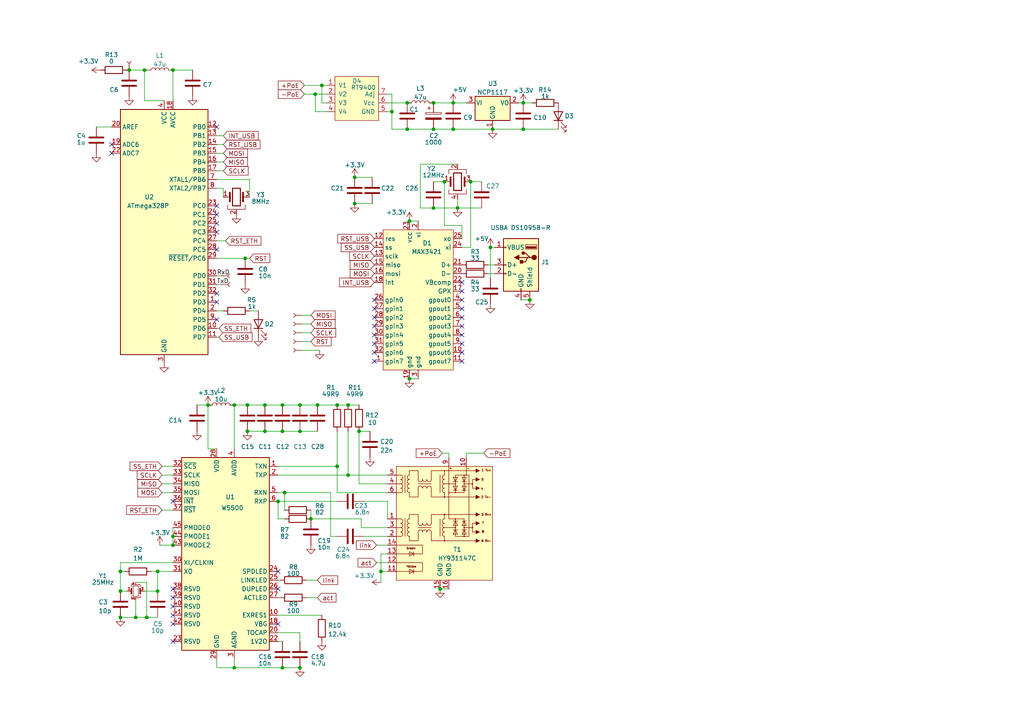
<source format=kicad_sch>
(kicad_sch (version 20211123) (generator eeschema)
  (paper "A4")
  (lib_symbols
    (symbol "Connector:USB_A" (pin_names (offset 1.016))
      (property "Reference" "J" (at -5.08 11.43 0))
      (property "Value" "USB_A" (at -5.08 8.89 0))
      (symbol "USB_A_1_1"
        (pin power_in line (at 7.62 5.08 180) (length 2.54) (name "VBUS") (number "1"))
        (pin bidirectional line (at 7.62 -2.54 180) (length 2.54) (name "D-") (number "2"))
        (pin bidirectional line (at 7.62 0 180) (length 2.54) (name "D+") (number "3"))
        (pin power_in line (at 0 -10.16 90) (length 2.54) (name "GND") (number "4"))
        (pin passive line (at -2.54 -10.16 90) (length 2.54) (name "Shield") (number "5"))
      )
    )
    (symbol "Device:C" (pin_numbers hide) (pin_names (offset 0.254))
      (property "Reference" "C" (at 0.635 2.54 0))
      (property "Value" "C" (at 0.635 -2.54 0))
      (symbol "C_1_1"
        (pin passive line (at 0 3.81 270) (length 2.794) (name "~") (number "1"))
        (pin passive line (at 0 -3.81 90) (length 2.794) (name "~") (number "2"))
      )
    )
    (symbol "Device:C_Polarized" (pin_numbers hide) (pin_names (offset 0.254))
      (property "Reference" "C" (at 0.635 2.54 0))
      (property "Value" "C_Polarized" (at 0.635 -2.54 0))
      (symbol "C_Polarized_1_1"
        (pin passive line (at 0 3.81 270) (length 2.794) (name "~") (number "1"))
        (pin passive line (at 0 -3.81 90) (length 2.794) (name "~") (number "2"))
      )
    )
    (symbol "Device:Crystal_GND2" (pin_names (offset 1.016) hide)
      (property "Reference" "Y" (at 0 5.715 0))
      (property "Value" "Crystal_GND2" (at 0 3.81 0))
      (symbol "Crystal_GND2_1_1"
        (pin passive line (at -3.81 0 0) (length 1.27) (name "1") (number "1"))
        (pin passive line (at 0 -5.08 90) (length 1.27) (name "2") (number "2"))
        (pin passive line (at 3.81 0 180) (length 1.27) (name "3") (number "3"))
      )
    )
    (symbol "Device:Crystal_GND24" (pin_names (offset 1.016) hide)
      (property "Reference" "Y" (at 3.175 5.08 0))
      (property "Value" "Crystal_GND24" (at 3.175 3.175 0))
      (symbol "Crystal_GND24_1_1"
        (pin passive line (at -3.81 0 0) (length 1.27) (name "1") (number "1"))
        (pin passive line (at 0 5.08 270) (length 1.27) (name "2") (number "2"))
        (pin passive line (at 3.81 0 180) (length 1.27) (name "3") (number "3"))
        (pin passive line (at 0 -5.08 90) (length 1.27) (name "4") (number "4"))
      )
    )
    (symbol "Device:Crystal_GND24_Small" (pin_names (offset 1.016) hide)
      (property "Reference" "Y" (at 1.27 4.445 0))
      (property "Value" "Crystal_GND24_Small" (at 1.27 2.54 0))
      (symbol "Crystal_GND24_Small_1_1"
        (pin passive line (at -2.54 0 0) (length 1.27) (name "1") (number "1"))
        (pin passive line (at 0 -2.54 90) (length 0.635) (name "2") (number "2"))
        (pin passive line (at 2.54 0 180) (length 1.27) (name "3") (number "3"))
        (pin passive line (at 0 2.54 270) (length 0.635) (name "4") (number "4"))
      )
    )
    (symbol "Device:L" (pin_numbers hide) (pin_names (offset 1.016) hide)
      (property "Reference" "L" (at -1.27 0 90))
      (property "Value" "L" (at 1.905 0 90))
      (symbol "L_1_1"
        (pin passive line (at 0 3.81 270) (length 1.27) (name "1") (number "1"))
        (pin passive line (at 0 -3.81 90) (length 1.27) (name "2") (number "2"))
      )
    )
    (symbol "Device:LED" (pin_numbers hide) (pin_names (offset 1.016) hide)
      (property "Reference" "D" (at 0 2.54 0))
      (property "Value" "LED" (at 0 -2.54 0))
      (symbol "LED_1_1"
        (pin passive line (at -3.81 0 0) (length 2.54) (name "K") (number "1"))
        (pin passive line (at 3.81 0 180) (length 2.54) (name "A") (number "2"))
      )
    )
    (symbol "Device:R" (pin_numbers hide) (pin_names (offset 0))
      (property "Reference" "R" (at 2.032 0 90))
      (property "Value" "R" (at 0 0 90))
      (symbol "R_1_1"
        (pin passive line (at 0 3.81 270) (length 1.27) (name "~") (number "1"))
        (pin passive line (at 0 -3.81 90) (length 1.27) (name "~") (number "2"))
      )
    )
    (symbol "Interface_Ethernet:W5500"
      (property "Reference" "U" (at -11.43 29.21 0))
      (property "Value" "W5500" (at 8.89 29.21 0))
      (symbol "W5500_1_1"
        (pin output line (at 15.24 25.4 180) (length 2.54) (name "TXN") (number "1"))
        (pin passive line (at 15.24 -17.78 180) (length 2.54) (name "EXRES1") (number "10"))
        (pin passive line (at 2.54 30.48 270) (length 2.54) hide (name "AVDD") (number "11"))
        (pin no_connect line (at 12.7 7.62 180) (length 2.54) hide (name "NC") (number "12"))
        (pin no_connect line (at 12.7 5.08 180) (length 2.54) hide (name "NC") (number "13"))
        (pin passive line (at 2.54 -30.48 90) (length 2.54) hide (name "AGND") (number "14"))
        (pin passive line (at 2.54 30.48 270) (length 2.54) hide (name "AVDD") (number "15"))
        (pin passive line (at 2.54 -30.48 90) (length 2.54) hide (name "AGND") (number "16"))
        (pin passive line (at 2.54 30.48 270) (length 2.54) hide (name "AVDD") (number "17"))
        (pin passive line (at 15.24 -20.32 180) (length 2.54) (name "VBG") (number "18"))
        (pin passive line (at 2.54 -30.48 90) (length 2.54) hide (name "AGND") (number "19"))
        (pin output line (at 15.24 22.86 180) (length 2.54) (name "TXP") (number "2"))
        (pin passive line (at 15.24 -22.86 180) (length 2.54) (name "TOCAP") (number "20"))
        (pin passive line (at 2.54 30.48 270) (length 2.54) hide (name "AVDD") (number "21"))
        (pin output line (at 15.24 -25.4 180) (length 2.54) (name "1V2O") (number "22"))
        (pin input line (at -15.24 -25.4 0) (length 2.54) (name "RSVD") (number "23"))
        (pin output line (at 15.24 -5.08 180) (length 2.54) (name "SPDLED") (number "24"))
        (pin output line (at 15.24 -7.62 180) (length 2.54) (name "LINKLED") (number "25"))
        (pin output line (at 15.24 -10.16 180) (length 2.54) (name "DUPLED") (number "26"))
        (pin output line (at 15.24 -12.7 180) (length 2.54) (name "ACTLED") (number "27"))
        (pin power_in line (at -2.54 30.48 270) (length 2.54) (name "VDD") (number "28"))
        (pin power_in line (at -2.54 -30.48 90) (length 2.54) (name "GND") (number "29"))
        (pin power_in line (at 2.54 -30.48 90) (length 2.54) (name "AGND") (number "3"))
        (pin input line (at -15.24 -2.54 0) (length 2.54) (name "XI/CLKIN") (number "30"))
        (pin output line (at -15.24 -5.08 0) (length 2.54) (name "XO") (number "31"))
        (pin input line (at -15.24 25.4 0) (length 2.54) (name "~{SCS}") (number "32"))
        (pin input line (at -15.24 22.86 0) (length 2.54) (name "SCLK") (number "33"))
        (pin output line (at -15.24 20.32 0) (length 2.54) (name "MISO") (number "34"))
        (pin input line (at -15.24 17.78 0) (length 2.54) (name "MOSI") (number "35"))
        (pin input line (at -15.24 15.24 0) (length 2.54) (name "~{INT}") (number "36"))
        (pin input line (at -15.24 12.7 0) (length 2.54) (name "~{RST}") (number "37"))
        (pin input line (at -15.24 -10.16 0) (length 2.54) (name "RSVD") (number "38"))
        (pin input line (at -15.24 -12.7 0) (length 2.54) (name "RSVD") (number "39"))
        (pin power_in line (at 2.54 30.48 270) (length 2.54) (name "AVDD") (number "4"))
        (pin input line (at -15.24 -15.24 0) (length 2.54) (name "RSVD") (number "40"))
        (pin input line (at -15.24 -17.78 0) (length 2.54) (name "RSVD") (number "41"))
        (pin input line (at -15.24 -20.32 0) (length 2.54) (name "RSVD") (number "42"))
        (pin input line (at -15.24 2.54 0) (length 2.54) (name "PMODE2") (number "43"))
        (pin input line (at -15.24 5.08 0) (length 2.54) (name "PMODE1") (number "44"))
        (pin input line (at -15.24 7.62 0) (length 2.54) (name "PMODE0") (number "45"))
        (pin no_connect line (at 12.7 2.54 180) (length 2.54) hide (name "NC") (number "46"))
        (pin no_connect line (at 12.7 0 180) (length 2.54) hide (name "NC") (number "47"))
        (pin passive line (at 2.54 -30.48 90) (length 2.54) hide (name "AGND") (number "48"))
        (pin input line (at 15.24 17.78 180) (length 2.54) (name "RXN") (number "5"))
        (pin input line (at 15.24 15.24 180) (length 2.54) (name "RXP") (number "6"))
        (pin no_connect line (at 12.7 10.16 180) (length 2.54) hide (name "DNC") (number "7"))
        (pin passive line (at 2.54 30.48 270) (length 2.54) hide (name "AVDD") (number "8"))
        (pin passive line (at 2.54 -30.48 90) (length 2.54) hide (name "AGND") (number "9"))
      )
    )
    (symbol "MCU_Microchip_ATmega:ATmega328P-A"
      (property "Reference" "U" (at -12.7 36.83 0))
      (property "Value" "ATmega328P-A" (at 2.54 -36.83 0))
      (symbol "ATmega328P-A_1_1"
        (pin bidirectional line (at 15.24 -20.32 180) (length 2.54) (name "PD3") (number "1"))
        (pin bidirectional line (at 15.24 -27.94 180) (length 2.54) (name "PD6") (number "10"))
        (pin bidirectional line (at 15.24 -30.48 180) (length 2.54) (name "PD7") (number "11"))
        (pin bidirectional line (at 15.24 30.48 180) (length 2.54) (name "PB0") (number "12"))
        (pin bidirectional line (at 15.24 27.94 180) (length 2.54) (name "PB1") (number "13"))
        (pin bidirectional line (at 15.24 25.4 180) (length 2.54) (name "PB2") (number "14"))
        (pin bidirectional line (at 15.24 22.86 180) (length 2.54) (name "PB3") (number "15"))
        (pin bidirectional line (at 15.24 20.32 180) (length 2.54) (name "PB4") (number "16"))
        (pin bidirectional line (at 15.24 17.78 180) (length 2.54) (name "PB5") (number "17"))
        (pin power_in line (at 2.54 38.1 270) (length 2.54) (name "AVCC") (number "18"))
        (pin input line (at -15.24 25.4 0) (length 2.54) (name "ADC6") (number "19"))
        (pin bidirectional line (at 15.24 -22.86 180) (length 2.54) (name "PD4") (number "2"))
        (pin passive line (at -15.24 30.48 0) (length 2.54) (name "AREF") (number "20"))
        (pin passive line (at 0 -38.1 90) (length 2.54) hide (name "GND") (number "21"))
        (pin input line (at -15.24 22.86 0) (length 2.54) (name "ADC7") (number "22"))
        (pin bidirectional line (at 15.24 7.62 180) (length 2.54) (name "PC0") (number "23"))
        (pin bidirectional line (at 15.24 5.08 180) (length 2.54) (name "PC1") (number "24"))
        (pin bidirectional line (at 15.24 2.54 180) (length 2.54) (name "PC2") (number "25"))
        (pin bidirectional line (at 15.24 0 180) (length 2.54) (name "PC3") (number "26"))
        (pin bidirectional line (at 15.24 -2.54 180) (length 2.54) (name "PC4") (number "27"))
        (pin bidirectional line (at 15.24 -5.08 180) (length 2.54) (name "PC5") (number "28"))
        (pin bidirectional line (at 15.24 -7.62 180) (length 2.54) (name "~{RESET}/PC6") (number "29"))
        (pin power_in line (at 0 -38.1 90) (length 2.54) (name "GND") (number "3"))
        (pin bidirectional line (at 15.24 -12.7 180) (length 2.54) (name "PD0") (number "30"))
        (pin bidirectional line (at 15.24 -15.24 180) (length 2.54) (name "PD1") (number "31"))
        (pin bidirectional line (at 15.24 -17.78 180) (length 2.54) (name "PD2") (number "32"))
        (pin power_in line (at 0 38.1 270) (length 2.54) (name "VCC") (number "4"))
        (pin passive line (at 0 -38.1 90) (length 2.54) hide (name "GND") (number "5"))
        (pin passive line (at 0 38.1 270) (length 2.54) hide (name "VCC") (number "6"))
        (pin bidirectional line (at 15.24 15.24 180) (length 2.54) (name "XTAL1/PB6") (number "7"))
        (pin bidirectional line (at 15.24 12.7 180) (length 2.54) (name "XTAL2/PB7") (number "8"))
        (pin bidirectional line (at 15.24 -25.4 180) (length 2.54) (name "PD5") (number "9"))
      )
    )
    (symbol "My-Library:Conn" (pin_numbers hide) (pin_names (offset 1.016) hide)
      (property "Reference" "J" (at 0 2.54 0))
      (property "Value" "Conn" (at 0 -2.54 0))
      (symbol "Conn_1_1"
        (pin passive line (at -2.54 0 0) (length 2.0066) (name "~") (number "1"))
      )
    )
    (symbol "My-Library:HY931147C" (pin_names (offset 1.016))
      (property "Reference" "T" (at 12.7 -15.24 0))
      (property "Value" "HY931147C" (at 7.9756 -9.144 0))
      (symbol "HY931147C_0_0"
        (text "+" (at 5.588 14.7066 0) (effects (font (size 0.6096 0.6096))))
        (text "-" (at 10.7188 14.7066 0) (effects (font (size 0.6096 0.6096))))
        (text "1 Tx+" (at 16.002 14.097 0) (effects (font (size 0.6096 0.6096))))
        (text "2 Tx-" (at 15.875 6.35 0) (effects (font (size 0.6096 0.6096))))
        (text "3 Rx+" (at 16.002 1.27 0) (effects (font (size 0.6096 0.6096))))
        (text "4" (at 14.732 8.763 0) (effects (font (size 0.6096 0.6096))))
        (text "5" (at 14.859 11.43 0) (effects (font (size 0.6096 0.6096))))
        (text "6 Rx-" (at 16.002 -6.35 0) (effects (font (size 0.6096 0.6096))))
        (text "7" (at 14.986 -1.143 0) (effects (font (size 0.6096 0.6096))))
        (text "8" (at 14.986 -3.683 0) (effects (font (size 0.6096 0.6096))))
        (text "Green" (at -5.8674 -8.509 0) (effects (font (size 0.6096 0.6096))))
        (text "Yellow" (at -5.8166 -13.7922 0) (effects (font (size 0.6096 0.6096))))
      )
      (symbol "HY931147C_1_1"
        (pin input line (at -12.7 0 0) (length 2.54) (name "~") (number "1"))
        (pin input line (at 10.16 17.78 270) (length 2.54) (name "~") (number "10"))
        (pin input line (at -12.7 -15.24 0) (length 2.54) (name "~") (number "11"))
        (pin input line (at -12.7 -12.7 0) (length 2.54) (name "~") (number "12"))
        (pin input line (at -12.7 -10.16 0) (length 2.54) (name "~") (number "13"))
        (pin input line (at -12.7 -7.62 0) (length 2.54) (name "~") (number "14"))
        (pin input line (at 2.54 -20.32 90) (length 2.54) (name "GND") (number "15"))
        (pin input line (at 5.08 -20.32 90) (length 2.54) (name "GND") (number "16"))
        (pin input line (at -12.7 -5.08 0) (length 2.54) (name "~") (number "2"))
        (pin input line (at -12.7 -2.54 0) (length 2.54) (name "~") (number "3"))
        (pin input line (at -12.7 10.16 0) (length 2.54) (name "~") (number "4"))
        (pin input line (at -12.7 12.7 0) (length 2.54) (name "~") (number "5"))
        (pin input line (at -12.7 7.62 0) (length 2.54) (name "~") (number "6"))
        (pin input line (at 5.08 17.78 270) (length 2.54) (name "~") (number "9"))
      )
    )
    (symbol "My-Library:RT9400" (pin_names (offset 1.016))
      (property "Reference" "D7" (at 1.27 11.811 0))
      (property "Value" "RT9400" (at 1.27 9.4996 0))
      (symbol "RT9400_1_1"
        (pin input line (at -7.62 5.08 0) (length 2.54) (name "V1") (number "1"))
        (pin input line (at -7.62 2.54 0) (length 2.54) (name "V2") (number "2"))
        (pin input line (at -7.62 0 0) (length 2.54) (name "V3") (number "3"))
        (pin input line (at -7.62 -2.54 0) (length 2.54) (name "V4") (number "4"))
        (pin input line (at 10.16 -2.54 180) (length 2.54) (name "GND") (number "5"))
        (pin input line (at 10.16 0 180) (length 2.54) (name "Vcc") (number "6"))
        (pin input line (at 10.16 2.54 180) (length 2.54) (name "Adj") (number "7"))
      )
    )
    (symbol "My_Library:MAX3421"
      (property "Reference" "D1" (at 2.54 5.08 0))
      (property "Value" "MAX3421" (at -2.54 2.54 0))
      (symbol "MAX3421_1_1"
        (pin input line (at -12.7 -27.94 0) (length 2.54) (name "gpin7") (number "1"))
        (pin input line (at 12.7 -25.4 180) (length 2.54) (name "gpout6") (number "10"))
        (pin input line (at 12.7 -27.94 180) (length 2.54) (name "gpout7") (number "11"))
        (pin input line (at -12.7 7.62 0) (length 2.54) (name "res") (number "12"))
        (pin input line (at -12.7 2.54 0) (length 2.54) (name "sclk") (number "13"))
        (pin input line (at -12.7 5.08 0) (length 2.54) (name "ss") (number "14"))
        (pin input line (at -12.7 0 0) (length 2.54) (name "miso") (number "15"))
        (pin input line (at -12.7 -2.54 0) (length 2.54) (name "mosi") (number "16"))
        (pin input line (at 12.7 -7.62 180) (length 2.54) (name "GPX") (number "17"))
        (pin input line (at -12.7 -5.08 0) (length 2.54) (name "int") (number "18"))
        (pin input line (at -2.54 -33.02 90) (length 2.54) (name "gnd") (number "19"))
        (pin input line (at 0 12.7 270) (length 2.54) (name "vl") (number "2"))
        (pin input line (at 12.7 -2.54 180) (length 2.54) (name "D-") (number "20"))
        (pin input line (at 12.7 0 180) (length 2.54) (name "D+") (number "21"))
        (pin input line (at 12.7 -5.08 180) (length 2.54) (name "VBcomp") (number "22"))
        (pin input line (at -2.54 12.7 270) (length 2.54) (name "vcc") (number "23"))
        (pin input line (at 12.7 5.08 180) (length 2.54) (name "xi") (number "24"))
        (pin input line (at 12.7 7.62 180) (length 2.54) (name "xo") (number "25"))
        (pin input line (at -12.7 -10.16 0) (length 2.54) (name "gpin0") (number "26"))
        (pin input line (at -12.7 -12.7 0) (length 2.54) (name "gpin1") (number "27"))
        (pin input line (at -12.7 -15.24 0) (length 2.54) (name "gpin2") (number "28"))
        (pin input line (at -12.7 -17.78 0) (length 2.54) (name "gpin3") (number "29"))
        (pin input line (at 0 -33.02 90) (length 2.54) (name "gnd") (number "3"))
        (pin input line (at -12.7 -20.32 0) (length 2.54) (name "gpin4") (number "30"))
        (pin input line (at -12.7 -22.86 0) (length 2.54) (name "gpin5") (number "31"))
        (pin input line (at -12.7 -25.4 0) (length 2.54) (name "gpin6") (number "32"))
        (pin input line (at 12.7 -10.16 180) (length 2.54) (name "gpout0") (number "4"))
        (pin input line (at 12.7 -12.7 180) (length 2.54) (name "gpout1") (number "5"))
        (pin input line (at 12.7 -15.24 180) (length 2.54) (name "gpout2") (number "6"))
        (pin input line (at 12.7 -17.78 180) (length 2.54) (name "gpout3") (number "7"))
        (pin input line (at 12.7 -20.32 180) (length 2.54) (name "gpout4") (number "8"))
        (pin input line (at 12.7 -22.86 180) (length 2.54) (name "gpout5") (number "9"))
      )
    )
    (symbol "Regulator_Linear:NCP1117-3.3_SOT223" (pin_names (offset 0.254))
      (property "Reference" "U" (at -3.81 3.175 0))
      (property "Value" "NCP1117-3.3_SOT223" (at 0 3.175 0))
      (symbol "NCP1117-3.3_SOT223_1_1"
        (pin power_in line (at 0 -7.62 90) (length 2.54) (name "GND") (number "1"))
        (pin power_out line (at 7.62 0 180) (length 2.54) (name "VO") (number "2"))
        (pin power_in line (at -7.62 0 0) (length 2.54) (name "VI") (number "3"))
      )
    )
    (symbol "power:+3.3V" (power) (pin_names (offset 0))
      (property "Value" "+3.3V" (at 0 3.556 0))
      (symbol "+3.3V_1_1"
        (pin power_in line (at 0 0 90) (length 0) hide (name "+3.3V") (number "1"))
      )
    )
    (symbol "power:+5V" (power) (pin_names (offset 0))
      (property "Value" "+5V" (at 0 3.556 0))
      (symbol "+5V_1_1"
        (pin power_in line (at 0 0 90) (length 0) hide (name "+5V") (number "1"))
      )
    )
    (symbol "power:GND" (power) (pin_names (offset 0))
      (property "Value" "GND" (at 0 -3.81 0))
      (symbol "GND_1_1"
        (pin power_in line (at 0 0 270) (length 0) hide (name "GND") (number "1"))
      )
    )
  )
  (junction (at 81.915 117.475))
  (junction (at 93.345 24.765))
  (junction (at 50.165 158.115))
  (junction (at 151.765 37.465))
  (junction (at 86.995 125.095))
  (junction (at 82.55 142.875))
  (junction (at 81.915 193.675))
  (junction (at 136.525 52.705))
  (junction (at 125.73 29.845))
  (junction (at 50.165 155.575))
  (junction (at 113.665 32.385))
  (junction (at 39.37 179.07))
  (junction (at 118.11 29.845))
  (junction (at 151.765 29.845))
  (junction (at 91.44 27.305))
  (junction (at 97.79 117.475))
  (junction (at 60.325 117.475))
  (junction (at 76.835 125.095))
  (junction (at 125.73 37.465))
  (junction (at 86.995 117.475))
  (junction (at 34.925 165.735))
  (junction (at 45.72 165.735))
  (junction (at 118.11 37.465))
  (junction (at 110.49 165.735))
  (junction (at 131.445 29.845))
  (junction (at 90.17 150.495))
  (junction (at 71.12 74.93))
  (junction (at 50.165 20.32))
  (junction (at 80.645 145.415))
  (junction (at 34.925 179.07))
  (junction (at 127.635 170.815))
  (junction (at 100.965 137.795))
  (junction (at 37.465 20.32))
  (junction (at 104.14 125.095))
  (junction (at 92.075 117.475))
  (junction (at 131.445 37.465))
  (junction (at 41.91 20.32))
  (junction (at 86.995 193.675))
  (junction (at 71.755 117.475))
  (junction (at 97.79 135.255))
  (junction (at 67.945 117.475))
  (junction (at 142.875 37.465))
  (junction (at 71.755 125.095))
  (junction (at 125.73 60.325))
  (junction (at 153.67 86.995))
  (junction (at 81.915 125.095))
  (junction (at 102.87 59.055))
  (junction (at 100.965 117.475))
  (junction (at 102.87 51.435))
  (junction (at 76.835 117.475))
  (junction (at 118.745 64.135))
  (junction (at 67.945 193.675))
  (junction (at 118.745 109.855))
  (junction (at 132.715 60.325))
  (junction (at 142.24 71.755))
  (junction (at 42.545 179.07))
  (junction (at 128.905 52.705))
  (junction (at 34.925 171.45))
  (junction (at 45.72 171.45))
  (no_connect (at 133.985 99.695))
  (no_connect (at 133.985 92.075))
  (no_connect (at 133.985 81.915))
  (no_connect (at 133.985 97.155))
  (no_connect (at 133.985 94.615))
  (no_connect (at 62.865 72.39))
  (no_connect (at 50.165 145.415))
  (no_connect (at 50.165 178.435))
  (no_connect (at 108.585 89.535))
  (no_connect (at 62.865 36.83))
  (no_connect (at 62.865 92.71))
  (no_connect (at 32.385 41.91))
  (no_connect (at 62.865 59.69))
  (no_connect (at 50.165 175.895))
  (no_connect (at 32.385 44.45))
  (no_connect (at 50.165 180.975))
  (no_connect (at 108.585 104.775))
  (no_connect (at 62.865 64.77))
  (no_connect (at 62.865 87.63))
  (no_connect (at 108.585 102.235))
  (no_connect (at 108.585 97.155))
  (no_connect (at 133.985 86.995))
  (no_connect (at 133.985 84.455))
  (no_connect (at 108.585 94.615))
  (no_connect (at 80.645 165.735))
  (no_connect (at 108.585 99.695))
  (no_connect (at 62.865 85.09))
  (no_connect (at 108.585 92.075))
  (no_connect (at 62.865 62.23))
  (no_connect (at 133.985 102.235))
  (no_connect (at 108.585 86.995))
  (no_connect (at 133.985 104.775))
  (no_connect (at 50.165 170.815))
  (no_connect (at 80.645 180.975))
  (no_connect (at 50.165 173.355))
  (no_connect (at 62.865 67.31))
  (no_connect (at 80.645 170.815))
  (no_connect (at 133.985 89.535))
  (no_connect (at 50.165 186.055))
  (wire (pts (xy 62.865 97.79) (xy 63.5 97.79)))
  (wire (pts (xy 112.395 142.875) (xy 97.79 142.875)))
  (wire (pts (xy 121.92 47.625) (xy 121.92 60.325)))
  (wire (pts (xy 136.525 52.705) (xy 136.525 71.755)))
  (wire (pts (xy 132.715 47.625) (xy 121.92 47.625)))
  (wire (pts (xy 72.39 52.07) (xy 72.39 57.15)))
  (wire (pts (xy 76.835 117.475) (xy 81.915 117.475)))
  (wire (pts (xy 136.525 71.755) (xy 133.985 71.755)))
  (wire (pts (xy 136.525 52.705) (xy 139.7 52.705)))
  (wire (pts (xy 46.355 158.115) (xy 50.165 158.115)))
  (wire (pts (xy 86.995 117.475) (xy 92.075 117.475)))
  (wire (pts (xy 105.41 155.575) (xy 112.395 155.575)))
  (wire (pts (xy 142.24 80.645) (xy 142.24 71.755)))
  (wire (pts (xy 39.37 173.99) (xy 39.37 179.07)))
  (wire (pts (xy 87.63 91.44) (xy 90.17 91.44)))
  (wire (pts (xy 112.395 32.385) (xy 113.665 32.385)))
  (wire (pts (xy 109.22 163.195) (xy 112.395 163.195)))
  (wire (pts (xy 41.91 171.45) (xy 45.72 171.45)))
  (wire (pts (xy 118.745 109.855) (xy 121.285 109.855)))
  (wire (pts (xy 104.775 150.495) (xy 90.17 150.495)))
  (wire (pts (xy 37.465 20.32) (xy 41.91 20.32)))
  (wire (pts (xy 62.865 39.37) (xy 64.77 39.37)))
  (wire (pts (xy 71.12 74.93) (xy 72.39 74.93)))
  (wire (pts (xy 130.175 131.445) (xy 128.27 131.445)))
  (wire (pts (xy 113.665 37.465) (xy 118.11 37.465)))
  (wire (pts (xy 76.835 125.095) (xy 81.915 125.095)))
  (wire (pts (xy 46.99 135.255) (xy 50.165 135.255)))
  (wire (pts (xy 109.22 158.115) (xy 112.395 158.115)))
  (wire (pts (xy 87.63 96.52) (xy 90.17 96.52)))
  (wire (pts (xy 81.915 117.475) (xy 86.995 117.475)))
  (wire (pts (xy 62.865 74.93) (xy 71.12 74.93)))
  (wire (pts (xy 128.905 65.405) (xy 133.985 65.405)))
  (wire (pts (xy 142.24 71.755) (xy 143.51 71.755)))
  (wire (pts (xy 60.325 117.475) (xy 60.325 130.175)))
  (wire (pts (xy 135.255 131.445) (xy 135.255 132.715)))
  (wire (pts (xy 62.865 69.85) (xy 65.405 69.85)))
  (wire (pts (xy 151.13 86.995) (xy 153.67 86.995)))
  (wire (pts (xy 46.99 147.955) (xy 50.165 147.955)))
  (wire (pts (xy 112.395 153.035) (xy 104.775 153.035)))
  (wire (pts (xy 64.77 54.61) (xy 64.77 57.15)))
  (wire (pts (xy 121.92 60.325) (xy 125.73 60.325)))
  (wire (pts (xy 102.87 59.055) (xy 107.95 59.055)))
  (wire (pts (xy 39.37 168.91) (xy 42.545 168.91)))
  (wire (pts (xy 127.635 170.815) (xy 130.175 170.815)))
  (wire (pts (xy 67.945 117.475) (xy 67.945 130.175)))
  (wire (pts (xy 151.765 37.465) (xy 161.925 37.465)))
  (wire (pts (xy 71.755 117.475) (xy 76.835 117.475)))
  (wire (pts (xy 62.865 49.53) (xy 64.77 49.53)))
  (wire (pts (xy 80.645 142.875) (xy 82.55 142.875)))
  (wire (pts (xy 91.44 27.305) (xy 94.615 27.305)))
  (wire (pts (xy 46.99 137.795) (xy 50.165 137.795)))
  (wire (pts (xy 102.87 51.435) (xy 107.95 51.435)))
  (wire (pts (xy 80.645 150.495) (xy 80.645 145.415)))
  (wire (pts (xy 41.91 29.21) (xy 41.91 20.32)))
  (wire (pts (xy 67.945 191.135) (xy 67.945 193.675)))
  (wire (pts (xy 132.715 60.325) (xy 139.7 60.325)))
  (wire (pts (xy 71.755 125.095) (xy 76.835 125.095)))
  (wire (pts (xy 104.14 125.095) (xy 107.315 125.095)))
  (wire (pts (xy 118.11 37.465) (xy 125.73 37.465)))
  (wire (pts (xy 113.665 32.385) (xy 113.665 37.465)))
  (wire (pts (xy 62.865 90.17) (xy 64.77 90.17)))
  (wire (pts (xy 80.645 145.415) (xy 97.79 145.415)))
  (wire (pts (xy 50.165 20.32) (xy 55.88 20.32)))
  (wire (pts (xy 112.395 29.845) (xy 118.11 29.845)))
  (wire (pts (xy 80.645 168.275) (xy 81.28 168.275)))
  (wire (pts (xy 47.625 29.21) (xy 41.91 29.21)))
  (wire (pts (xy 57.15 117.475) (xy 60.325 117.475)))
  (wire (pts (xy 50.165 153.035) (xy 50.165 155.575)))
  (wire (pts (xy 104.14 140.335) (xy 112.395 140.335)))
  (wire (pts (xy 151.765 29.845) (xy 154.305 29.845)))
  (wire (pts (xy 125.73 60.325) (xy 132.715 60.325)))
  (wire (pts (xy 82.55 142.875) (xy 95.885 142.875)))
  (wire (pts (xy 88.265 24.765) (xy 93.345 24.765)))
  (wire (pts (xy 150.495 29.845) (xy 151.765 29.845)))
  (wire (pts (xy 95.885 155.575) (xy 95.885 142.875)))
  (wire (pts (xy 87.63 101.6) (xy 92.71 101.6)))
  (wire (pts (xy 62.865 95.25) (xy 63.5 95.25)))
  (wire (pts (xy 104.14 125.095) (xy 104.14 140.335)))
  (wire (pts (xy 80.645 178.435) (xy 93.345 178.435)))
  (wire (pts (xy 67.945 193.675) (xy 62.865 193.675)))
  (wire (pts (xy 91.44 32.385) (xy 94.615 32.385)))
  (wire (pts (xy 130.175 132.715) (xy 130.175 131.445)))
  (wire (pts (xy 36.83 20.32) (xy 37.465 20.32)))
  (wire (pts (xy 46.99 140.335) (xy 50.165 140.335)))
  (wire (pts (xy 86.995 193.675) (xy 81.915 193.675)))
  (wire (pts (xy 87.63 99.06) (xy 90.17 99.06)))
  (wire (pts (xy 67.945 117.475) (xy 71.755 117.475)))
  (wire (pts (xy 80.645 186.055) (xy 81.915 186.055)))
  (wire (pts (xy 141.605 79.375) (xy 143.51 79.375)))
  (wire (pts (xy 81.915 193.675) (xy 67.945 193.675)))
  (wire (pts (xy 110.49 165.735) (xy 112.395 165.735)))
  (wire (pts (xy 80.645 183.515) (xy 86.995 183.515)))
  (wire (pts (xy 27.94 36.83) (xy 32.385 36.83)))
  (wire (pts (xy 72.39 90.17) (xy 74.93 90.17)))
  (wire (pts (xy 95.885 155.575) (xy 97.79 155.575)))
  (wire (pts (xy 42.545 168.91) (xy 42.545 179.07)))
  (wire (pts (xy 46.99 142.875) (xy 50.165 142.875)))
  (wire (pts (xy 100.965 117.475) (xy 104.14 117.475)))
  (wire (pts (xy 113.665 27.305) (xy 113.665 32.385)))
  (wire (pts (xy 62.865 54.61) (xy 64.77 54.61)))
  (wire (pts (xy 50.165 155.575) (xy 50.165 158.115)))
  (wire (pts (xy 128.905 52.705) (xy 128.905 65.405)))
  (wire (pts (xy 92.075 117.475) (xy 97.79 117.475)))
  (wire (pts (xy 88.9 173.355) (xy 92.075 173.355)))
  (wire (pts (xy 80.645 173.355) (xy 81.28 173.355)))
  (wire (pts (xy 87.63 93.98) (xy 90.17 93.98)))
  (wire (pts (xy 91.44 32.385) (xy 91.44 27.305)))
  (wire (pts (xy 112.395 160.655) (xy 110.49 160.655)))
  (wire (pts (xy 86.995 183.515) (xy 86.995 186.055)))
  (wire (pts (xy 62.865 41.91) (xy 64.77 41.91)))
  (wire (pts (xy 97.79 142.875) (xy 97.79 135.255)))
  (wire (pts (xy 62.865 193.675) (xy 62.865 191.135)))
  (wire (pts (xy 62.865 52.07) (xy 72.39 52.07)))
  (wire (pts (xy 97.79 117.475) (xy 100.965 117.475)))
  (wire (pts (xy 93.345 29.845) (xy 94.615 29.845)))
  (wire (pts (xy 62.865 130.175) (xy 60.325 130.175)))
  (wire (pts (xy 81.915 125.095) (xy 86.995 125.095)))
  (wire (pts (xy 100.965 125.095) (xy 100.965 137.795)))
  (wire (pts (xy 88.265 27.305) (xy 91.44 27.305)))
  (wire (pts (xy 93.345 24.765) (xy 94.615 24.765)))
  (wire (pts (xy 62.865 82.55) (xy 64.135 82.55)))
  (wire (pts (xy 34.925 165.735) (xy 34.925 171.45)))
  (wire (pts (xy 80.645 135.255) (xy 97.79 135.255)))
  (wire (pts (xy 39.37 179.07) (xy 42.545 179.07)))
  (wire (pts (xy 82.55 150.495) (xy 80.645 150.495)))
  (wire (pts (xy 62.865 44.45) (xy 64.77 44.45)))
  (wire (pts (xy 90.17 147.955) (xy 90.17 150.495)))
  (wire (pts (xy 131.445 37.465) (xy 142.875 37.465)))
  (wire (pts (xy 100.965 137.795) (xy 112.395 137.795)))
  (wire (pts (xy 34.925 171.45) (xy 36.83 171.45)))
  (wire (pts (xy 142.875 37.465) (xy 151.765 37.465)))
  (wire (pts (xy 93.345 24.765) (xy 93.345 29.845)))
  (wire (pts (xy 110.49 168.91) (xy 110.49 165.735)))
  (wire (pts (xy 88.9 168.275) (xy 92.075 168.275)))
  (wire (pts (xy 86.995 125.095) (xy 92.075 125.095)))
  (wire (pts (xy 50.165 20.32) (xy 50.165 29.21)))
  (wire (pts (xy 133.985 65.405) (xy 133.985 69.215)))
  (wire (pts (xy 118.745 64.135) (xy 121.285 64.135)))
  (wire (pts (xy 45.72 165.735) (xy 45.72 171.45)))
  (wire (pts (xy 43.815 165.735) (xy 45.72 165.735)))
  (wire (pts (xy 34.925 179.07) (xy 39.37 179.07)))
  (wire (pts (xy 62.865 46.99) (xy 64.77 46.99)))
  (wire (pts (xy 125.73 37.465) (xy 131.445 37.465)))
  (wire (pts (xy 80.645 137.795) (xy 100.965 137.795)))
  (wire (pts (xy 62.865 80.01) (xy 64.135 80.01)))
  (wire (pts (xy 125.73 52.705) (xy 128.905 52.705)))
  (wire (pts (xy 82.55 142.875) (xy 82.55 147.955)))
  (wire (pts (xy 34.925 163.195) (xy 50.165 163.195)))
  (wire (pts (xy 125.73 29.845) (xy 131.445 29.845)))
  (wire (pts (xy 141.605 76.835) (xy 143.51 76.835)))
  (wire (pts (xy 45.72 165.735) (xy 50.165 165.735)))
  (wire (pts (xy 110.49 160.655) (xy 110.49 165.735)))
  (wire (pts (xy 105.41 145.415) (xy 112.395 145.415)))
  (wire (pts (xy 42.545 179.07) (xy 45.72 179.07)))
  (wire (pts (xy 132.715 57.785) (xy 132.715 60.325)))
  (wire (pts (xy 112.395 145.415) (xy 112.395 150.495)))
  (wire (pts (xy 41.91 20.32) (xy 42.545 20.32)))
  (wire (pts (xy 34.925 165.735) (xy 36.195 165.735)))
  (wire (pts (xy 131.445 29.845) (xy 135.255 29.845)))
  (wire (pts (xy 104.775 153.035) (xy 104.775 150.495)))
  (wire (pts (xy 97.79 125.095) (xy 97.79 135.255)))
  (wire (pts (xy 34.925 163.195) (xy 34.925 165.735)))
  (wire (pts (xy 140.335 131.445) (xy 135.255 131.445)))
  (wire (pts (xy 112.395 27.305) (xy 113.665 27.305)))
  (label "TxD" (at 62.865 82.55 0))
  (label "RxD" (at 62.865 80.01 0))
  (global_label "+PoE" (shape input) (at 88.265 24.765 180) (property "Обозначения листов" "${INTERSHEET_REFS}" (effects hide)))
  (global_label "MOSI" (shape input) (at 46.99 142.875 180) (property "Обозначения листов" "${INTERSHEET_REFS}" (effects hide)))
  (global_label "-PoE" (shape input) (at 88.265 27.305 180) (property "Обозначения листов" "${INTERSHEET_REFS}" (effects hide)))
  (global_label "MISO" (shape input) (at 108.585 76.835 180) (property "Обозначения листов" "${INTERSHEET_REFS}" (effects hide)))
  (global_label "link" (shape input) (at 92.075 168.275 0) (property "Обозначения листов" "${INTERSHEET_REFS}" (effects hide)))
  (global_label "RST" (shape input) (at 72.39 74.93 0) (property "Обозначения листов" "${INTERSHEET_REFS}" (effects hide)))
  (global_label "SS_USB" (shape input) (at 108.585 71.755 180) (property "Обозначения листов" "${INTERSHEET_REFS}" (effects hide)))
  (global_label "MOSI" (shape input) (at 108.585 79.375 180) (property "Обозначения листов" "${INTERSHEET_REFS}" (effects hide)))
  (global_label "SCLK" (shape input) (at 90.17 96.52 0) (property "Обозначения листов" "${INTERSHEET_REFS}" (effects hide)))
  (global_label "INT_USB" (shape input) (at 108.585 81.915 180) (property "Обозначения листов" "${INTERSHEET_REFS}" (effects hide)))
  (global_label "MISO" (shape input) (at 90.17 93.98 0) (property "Обозначения листов" "${INTERSHEET_REFS}" (effects hide)))
  (global_label "+PoE" (shape input) (at 128.27 131.445 180) (property "Обозначения листов" "${INTERSHEET_REFS}" (effects hide)))
  (global_label "MOSI" (shape input) (at 64.77 44.45 0) (property "Обозначения листов" "${INTERSHEET_REFS}" (effects hide)))
  (global_label "RST_USB" (shape input) (at 108.585 69.215 180) (property "Обозначения листов" "${INTERSHEET_REFS}" (effects hide)))
  (global_label "link" (shape input) (at 109.22 158.115 180) (property "Обозначения листов" "${INTERSHEET_REFS}" (effects hide)))
  (global_label "SCLK" (shape input) (at 108.585 74.295 180) (property "Обозначения листов" "${INTERSHEET_REFS}" (effects hide)))
  (global_label "RST_ETH" (shape input) (at 65.405 69.85 0) (property "Обозначения листов" "${INTERSHEET_REFS}" (effects hide)))
  (global_label "act" (shape input) (at 109.22 163.195 180) (property "Обозначения листов" "${INTERSHEET_REFS}" (effects hide)))
  (global_label "RST_USB" (shape input) (at 64.77 41.91 0) (property "Обозначения листов" "${INTERSHEET_REFS}" (effects hide)))
  (global_label "SS_ETH" (shape input) (at 46.99 135.255 180) (property "Обозначения листов" "${INTERSHEET_REFS}" (effects hide)))
  (global_label "MISO" (shape input) (at 64.77 46.99 0) (property "Обозначения листов" "${INTERSHEET_REFS}" (effects hide)))
  (global_label "SS_ETH" (shape input) (at 63.5 95.25 0) (property "Обозначения листов" "${INTERSHEET_REFS}" (effects hide)))
  (global_label "INT_USB" (shape input) (at 64.77 39.37 0) (property "Обозначения листов" "${INTERSHEET_REFS}" (effects hide)))
  (global_label "act" (shape input) (at 92.075 173.355 0) (property "Обозначения листов" "${INTERSHEET_REFS}" (effects hide)))
  (global_label "RST_ETH" (shape input) (at 46.99 147.955 180) (property "Обозначения листов" "${INTERSHEET_REFS}" (effects hide)))
  (global_label "SCLK" (shape input) (at 46.99 137.795 180) (property "Обозначения листов" "${INTERSHEET_REFS}" (effects hide)))
  (global_label "-PoE" (shape input) (at 140.335 131.445 0) (property "Обозначения листов" "${INTERSHEET_REFS}" (effects hide)))
  (global_label "RST" (shape input) (at 90.17 99.06 0) (property "Обозначения листов" "${INTERSHEET_REFS}" (effects hide)))
  (global_label "SCLK" (shape input) (at 64.77 49.53 0) (property "Обозначения листов" "${INTERSHEET_REFS}" (effects hide)))
  (global_label "SS_USB" (shape input) (at 63.5 97.79 0) (property "Обозначения листов" "${INTERSHEET_REFS}" (effects hide)))
  (global_label "MISO" (shape input) (at 46.99 140.335 180) (property "Обозначения листов" "${INTERSHEET_REFS}" (effects hide)))
  (global_label "MOSI" (shape input) (at 90.17 91.44 0) (property "Обозначения листов" "${INTERSHEET_REFS}" (effects hide)))
  (symbol (lib_id "Device:R") (at 40.005 165.735 90) (unit 1)
    (property "Reference" "R2" (at 40.005 159.385 90))
    (property "Value" "1M" (at 40.005 161.925 90))
    (property "Footprint" "Resistor_SMD:R_0402_1005Metric" (effects hide))
  )
  (symbol (lib_id "Device:C") (at 90.17 154.305 0) (unit 1)
    (property "Reference" "C19" (at 92.075 156.845 0) (effects (justify left)))
    (property "Value" "10n" (at 92.075 158.75 0) (effects (justify left)))
    (property "Footprint" "Capacitor_SMD:C_0402_1005Metric" (effects hide))
  )
  (symbol (lib_id "My-Library:HY931147C") (at 125.095 150.495 0) (unit 1)
    (property "Reference" "T1" (at 131.445 159.385 0) (effects (justify left)))
    (property "Value" "HY931147C" (at 127 161.925 0) (effects (justify left)))
    (property "Footprint" "lib:HY931147C" (effects hide))
  )
  (symbol (lib_id "Interface_Ethernet:W5500") (at 65.405 160.655 0) (unit 1)
    (property "Reference" "U1" (at 65.405 144.145 0) (effects (justify left)))
    (property "Value" "W5500" (at 64.135 147.32 0) (effects (justify left)))
    (property "Footprint" "Package_QFP:LQFP-48_7x7mm_P0.5mm" (effects hide))
    (property "Datasheet" "http://wizwiki.net/wiki/lib/exe/fetch.php/products:w5500:w5500_ds_v109e.pdf" (effects hide))
  )
  (symbol (lib_id "Device:C") (at 76.835 121.285 0) (unit 1)
    (property "Reference" "C11" (at 74.93 129.54 0) (effects (justify left)))
    (property "Value" "1u" (effects hide))
    (property "Footprint" "Capacitor_SMD:C_0603_1608Metric" (effects hide))
  )
  (symbol (lib_id "Device:LED") (at 74.93 93.98 90) (unit 1)
    (property "Reference" "D2" (at 78.105 93.98 90))
    (property "Value" "LED" (effects hide))
    (property "Footprint" "LED_SMD:LED_0603_1608Metric" (effects hide))
  )
  (symbol (lib_id "power:GND") (at 132.715 60.325 0) (unit 1)
    (property "Reference" "#PWR0104" (effects hide))
    (property "Value" "GND" (effects hide))
  )
  (symbol (lib_id "Device:L") (at 121.92 29.845 90) (unit 1)
    (property "Reference" "L3" (at 121.92 25.6372 90))
    (property "Value" "47u" (at 121.92 28.1741 90))
    (property "Footprint" "Inductor_SMD:L_0805_2012Metric" (effects hide))
  )
  (symbol (lib_id "Device:C") (at 101.6 145.415 90) (unit 1)
    (property "Reference" "C23" (at 106.68 146.685 90) (effects (justify left)))
    (property "Value" "6.8n" (at 107.315 148.59 90) (effects (justify left)))
    (property "Footprint" "Capacitor_SMD:C_0402_1005Metric" (effects hide))
  )
  (symbol (lib_id "power:GND") (at 118.745 109.855 0) (unit 1)
    (property "Reference" "#PWR0109" (effects hide))
    (property "Value" "GND" (effects hide))
  )
  (symbol (lib_id "power:GND") (at 127.635 170.815 0) (unit 1)
    (property "Reference" "#PWR05" (effects hide))
    (property "Value" "GND" (effects hide))
  )
  (symbol (lib_id "power:+3.3V") (at 102.87 51.435 0) (unit 1)
    (property "Reference" "#PWR014" (effects hide))
    (property "Value" "+3.3V" (at 102.87 47.8592 0))
  )
  (symbol (lib_id "power:GND") (at 57.15 125.095 0) (unit 1)
    (property "Reference" "#PWR01" (effects hide))
    (property "Value" "GND" (effects hide))
  )
  (symbol (lib_id "My-Library:Conn") (at 66.675 82.55 0) (unit 1)
    (property "Reference" "J8" (effects hide))
    (property "Value" "gnd" (effects hide))
    (property "Footprint" "lib:conn_mini" (effects hide))
  )
  (symbol (lib_id "power:+3.3V") (at 60.325 117.475 0) (unit 1)
    (property "Reference" "#PWR03" (effects hide))
    (property "Value" "+3.3V" (at 60.325 113.8992 0))
  )
  (symbol (lib_id "power:GND") (at 71.755 125.095 0) (unit 1)
    (property "Reference" "#PWR06" (effects hide))
    (property "Value" "GND" (effects hide))
  )
  (symbol (lib_id "power:GND") (at 86.995 193.675 0) (unit 1)
    (property "Reference" "#PWR09" (effects hide))
    (property "Value" "GND" (effects hide))
  )
  (symbol (lib_id "power:GND") (at 68.58 62.23 0) (unit 1)
    (property "Reference" "#PWR0115" (effects hide))
    (property "Value" "GND" (effects hide))
  )
  (symbol (lib_id "Regulator_Linear:NCP1117-3.3_SOT223") (at 142.875 29.845 0) (unit 1)
    (property "Reference" "U3" (at 142.875 24.2402 0))
    (property "Value" "NCP1117" (at 142.875 26.7771 0))
    (property "Footprint" "Package_TO_SOT_SMD:SOT-223-3_TabPin2" (effects hide))
    (property "Datasheet" "http://www.onsemi.com/pub_link/Collateral/NCP1117-D.PDF" (effects hide))
  )
  (symbol (lib_id "power:+3.3V") (at 46.355 158.115 0) (unit 1)
    (property "Reference" "#PWR02" (effects hide))
    (property "Value" "+3.3V" (at 46.355 154.5392 0))
  )
  (symbol (lib_id "power:GND") (at 142.24 88.265 0) (unit 1)
    (property "Reference" "#PWR0119" (effects hide))
    (property "Value" "GND" (effects hide))
  )
  (symbol (lib_id "Device:C") (at 57.15 121.285 0) (unit 1)
    (property "Reference" "C14" (at 48.895 121.92 0) (effects (justify left)))
    (property "Value" "1u" (effects hide))
    (property "Footprint" "Capacitor_SMD:C_0603_1608Metric" (effects hide))
  )
  (symbol (lib_id "Device:L") (at 46.355 20.32 90) (unit 1)
    (property "Reference" "L1" (at 46.355 16.1122 90))
    (property "Value" "47u" (at 46.355 18.6491 90))
    (property "Footprint" "Inductor_SMD:L_0805_2012Metric" (effects hide))
  )
  (symbol (lib_id "My-Library:Conn") (at 85.09 101.6 180) (unit 1)
    (property "Reference" "J7" (effects hide))
    (property "Value" "gnd" (effects hide))
    (property "Footprint" "lib:conn_mini" (effects hide))
  )
  (symbol (lib_id "Device:C") (at 131.445 33.655 0) (unit 1)
    (property "Reference" "C9" (at 134.366 34.0888 0) (effects (justify left)))
    (property "Value" "10u" (effects hide))
    (property "Footprint" "Capacitor_SMD:C_0805_2012Metric" (effects hide))
  )
  (symbol (lib_id "Device:C") (at 142.24 84.455 0) (unit 1)
    (property "Reference" "C25" (at 137.795 87.63 0) (effects (justify left)))
    (property "Value" "10u" (effects hide))
    (property "Footprint" "Capacitor_SMD:C_0805_2012Metric" (effects hide))
  )
  (symbol (lib_id "Device:C") (at 92.075 121.285 0) (unit 1)
    (property "Reference" "C28" (at 90.17 129.54 0) (effects (justify left)))
    (property "Value" "1u" (effects hide))
    (property "Footprint" "Capacitor_SMD:C_0402_1005Metric" (effects hide))
  )
  (symbol (lib_id "power:+3.3V") (at 29.21 20.32 90) (unit 1)
    (property "Reference" "#PWR0113" (effects hide))
    (property "Value" "+3.3V" (at 28.575 17.78 90) (effects (justify left)))
  )
  (symbol (lib_id "Device:C") (at 86.995 189.865 0) (unit 1)
    (property "Reference" "C18" (at 90.17 190.5 0) (effects (justify left)))
    (property "Value" "4.7u" (at 90.17 192.405 0) (effects (justify left)))
    (property "Footprint" "Capacitor_SMD:C_0402_1005Metric" (effects hide))
  )
  (symbol (lib_id "Device:C") (at 101.6 155.575 90) (unit 1)
    (property "Reference" "C24" (at 101.6 159.385 90) (effects (justify left)))
    (property "Value" "6.8n" (at 101.6 161.29 90) (effects (justify left)))
    (property "Footprint" "Capacitor_SMD:C_0402_1005Metric" (effects hide))
  )
  (symbol (lib_id "power:+3.3V") (at 118.745 64.135 0) (unit 1)
    (property "Reference" "#PWR0105" (effects hide))
    (property "Value" "+3.3V" (at 114.935 61.595 0))
  )
  (symbol (lib_id "Device:R") (at 137.795 76.835 90) (unit 1)
    (property "Reference" "R3" (at 137.795 73.025 90))
    (property "Value" "33" (at 137.795 74.93 90))
    (property "Footprint" "Resistor_SMD:R_0603_1608Metric" (effects hide))
  )
  (symbol (lib_id "Connector:USB_A") (at 151.13 76.835 0) (mirror y) (unit 1)
    (property "Reference" "J1" (at 156.972 76.0003 0) (effects (justify right)))
    (property "Value" "USBA DS1095B-R" (at 142.24 66.04 0) (effects (justify right)))
    (property "Footprint" "Connector_USB:USB_A_CONNFLY_DS1095-WNR0" (effects hide))
    (property "Datasheet" " ~" (effects hide))
  )
  (symbol (lib_id "Device:R") (at 86.36 150.495 90) (unit 1)
    (property "Reference" "R7" (at 82.55 153.67 90))
    (property "Value" "82" (at 82.55 155.575 90))
    (property "Footprint" "Resistor_SMD:R_0402_1005Metric" (effects hide))
  )
  (symbol (lib_id "Device:C_Polarized") (at 125.73 33.655 0) (unit 1)
    (property "Reference" "C2" (at 124.46 39.37 0) (effects (justify left)))
    (property "Value" "1000" (at 123.19 41.275 0) (effects (justify left)))
    (property "Footprint" "Capacitor_Tantalum_SMD:CP_EIA-7343-15_Kemet-W" (effects hide))
  )
  (symbol (lib_id "Device:C") (at 71.755 121.285 0) (unit 1)
    (property "Reference" "C15" (at 69.85 129.54 0) (effects (justify left)))
    (property "Value" "1u" (effects hide))
    (property "Footprint" "Capacitor_SMD:C_0603_1608Metric" (effects hide))
  )
  (symbol (lib_id "power:+5V") (at 142.24 71.755 0) (unit 1)
    (property "Reference" "#PWR018" (effects hide))
    (property "Value" "+5V" (at 139.7 69.215 0))
  )
  (symbol (lib_id "Device:C") (at 151.765 33.655 0) (unit 1)
    (property "Reference" "C10" (at 154.686 34.0888 0) (effects (justify left)))
    (property "Value" "10u" (effects hide))
    (property "Footprint" "Capacitor_SMD:C_0805_2012Metric" (effects hide))
  )
  (symbol (lib_id "Device:C") (at 37.465 24.13 0) (unit 1)
    (property "Reference" "C6" (at 31.75 26.035 0) (effects (justify left)))
    (property "Value" "1u" (effects hide))
    (property "Footprint" "Capacitor_SMD:C_0603_1608Metric" (effects hide))
  )
  (symbol (lib_id "Device:Crystal_GND2") (at 68.58 57.15 0) (unit 1)
    (property "Reference" "Y3" (at 75.565 56.515 0))
    (property "Value" "8MHz" (at 75.565 58.42 0))
    (property "Footprint" "Crystal:Resonator_SMD_Murata_CSTxExxV-3Pin_3.0x1.1mm" (effects hide))
  )
  (symbol (lib_id "Device:Crystal_GND24_Small") (at 39.37 171.45 0) (unit 1)
    (property "Reference" "Y1" (at 29.845 167.005 0))
    (property "Value" "25MHz" (at 29.845 168.91 0))
    (property "Footprint" "Crystal:Crystal_SMD_3225-4Pin_3.2x2.5mm" (effects hide))
  )
  (symbol (lib_id "Device:C") (at 118.11 33.655 0) (unit 1)
    (property "Reference" "C1" (at 118.745 31.75 0) (effects (justify left)))
    (property "Value" "10u" (effects hide))
    (property "Footprint" "Capacitor_SMD:C_0805_2012Metric" (effects hide))
  )
  (symbol (lib_id "Device:C") (at 71.12 78.74 0) (unit 1)
    (property "Reference" "C8" (at 74.93 78.105 0) (effects (justify left)))
    (property "Value" "10n" (at 74.93 80.01 0) (effects (justify left)))
    (property "Footprint" "Capacitor_SMD:C_0603_1608Metric" (effects hide))
  )
  (symbol (lib_id "Device:C") (at 102.87 55.245 0) (unit 1)
    (property "Reference" "C21" (at 95.885 54.61 0) (effects (justify left)))
    (property "Value" "1u" (effects hide))
    (property "Footprint" "Capacitor_SMD:C_0603_1608Metric" (effects hide))
  )
  (symbol (lib_id "My-Library:Conn") (at 85.09 93.98 180) (unit 1)
    (property "Reference" "J4" (effects hide))
    (property "Value" "miso" (effects hide))
    (property "Footprint" "lib:conn_mini" (effects hide))
  )
  (symbol (lib_id "power:GND") (at 93.345 186.055 0) (unit 1)
    (property "Reference" "#PWR011" (effects hide))
    (property "Value" "GND" (effects hide))
  )
  (symbol (lib_id "Device:C") (at 86.995 121.285 0) (unit 1)
    (property "Reference" "C13" (at 85.09 129.54 0) (effects (justify left)))
    (property "Value" "1u" (effects hide))
    (property "Footprint" "Capacitor_SMD:C_0603_1608Metric" (effects hide))
  )
  (symbol (lib_id "My_Library:MAX3421") (at 121.285 76.835 0) (unit 1)
    (property "Reference" "D1" (at 122.555 70.485 0) (effects (justify left)))
    (property "Value" "MAX3421" (at 119.38 73.025 0) (effects (justify left)))
    (property "Footprint" "Package_QFP:PQFP-32_5x5mm_P0.5mm" (effects hide))
  )
  (symbol (lib_id "My-Library:Conn") (at 85.09 96.52 180) (unit 1)
    (property "Reference" "J5" (effects hide))
    (property "Value" "sclk" (effects hide))
    (property "Footprint" "lib:conn_mini" (effects hide))
  )
  (symbol (lib_id "power:GND") (at 47.625 105.41 0) (unit 1)
    (property "Reference" "#PWR0114" (effects hide))
    (property "Value" "GND" (effects hide))
  )
  (symbol (lib_id "power:GND") (at 90.17 158.115 0) (unit 1)
    (property "Reference" "#PWR010" (effects hide))
    (property "Value" "GND" (effects hide))
  )
  (symbol (lib_id "My-Library:RT9400") (at 102.235 29.845 0) (unit 1)
    (property "Reference" "D4" (at 103.505 23.495 0))
    (property "Value" "RT9400" (at 105.41 25.4 0))
    (property "Footprint" "lib:TR9400" (effects hide))
  )
  (symbol (lib_id "Device:C") (at 125.73 56.515 0) (unit 1)
    (property "Reference" "C26" (at 117.475 54.61 0) (effects (justify left)))
    (property "Value" "8p" (effects hide))
    (property "Footprint" "Capacitor_SMD:C_0603_1608Metric" (effects hide))
  )
  (symbol (lib_id "Device:R") (at 85.09 168.275 90) (unit 1)
    (property "Reference" "R8" (at 85.09 164.465 90))
    (property "Value" "100" (at 85.09 166.37 90))
    (property "Footprint" "Resistor_SMD:R_0603_1608Metric" (effects hide))
  )
  (symbol (lib_id "Device:C") (at 81.915 189.865 0) (unit 1)
    (property "Reference" "C16" (at 74.93 190.5 0) (effects (justify left)))
    (property "Value" "10n" (at 74.93 192.405 0) (effects (justify left)))
    (property "Footprint" "Capacitor_SMD:C_0402_1005Metric" (effects hide))
  )
  (symbol (lib_id "Device:R") (at 68.58 90.17 90) (unit 1)
    (property "Reference" "R5" (at 74.295 86.995 90) (effects (justify left)))
    (property "Value" "1k" (at 74.295 88.9 90) (effects (justify left)))
    (property "Footprint" "Resistor_SMD:R_0603_1608Metric" (effects hide))
  )
  (symbol (lib_id "power:GND") (at 37.465 27.94 0) (unit 1)
    (property "Reference" "#PWR0117" (effects hide))
    (property "Value" "GND" (effects hide))
  )
  (symbol (lib_id "Device:L") (at 64.135 117.475 90) (unit 1)
    (property "Reference" "L2" (at 64.135 113.2672 90))
    (property "Value" "10u" (at 64.135 115.8041 90))
    (property "Footprint" "Inductor_SMD:L_0805_2012Metric" (effects hide))
  )
  (symbol (lib_id "Device:R") (at 33.02 20.32 90) (unit 1)
    (property "Reference" "R13" (at 34.29 15.875 90) (effects (justify left)))
    (property "Value" "0" (at 33.02 17.78 90) (effects (justify left)))
    (property "Footprint" "Resistor_SMD:R_0603_1608Metric" (effects hide))
  )
  (symbol (lib_id "Device:R") (at 93.345 182.245 0) (unit 1)
    (property "Reference" "R10" (at 95.123 181.4103 0) (effects (justify left)))
    (property "Value" "12.4k" (at 95.123 183.9472 0) (effects (justify left)))
    (property "Footprint" "Resistor_SMD:R_0402_1005Metric" (effects hide))
  )
  (symbol (lib_id "Device:R") (at 137.795 79.375 90) (unit 1)
    (property "Reference" "R4" (at 137.795 81.915 90))
    (property "Value" "33" (at 137.795 83.82 90))
    (property "Footprint" "Resistor_SMD:R_0603_1608Metric" (effects hide))
  )
  (symbol (lib_id "Device:C") (at 107.315 128.905 0) (unit 1)
    (property "Reference" "C20" (at 110.236 128.0703 0) (effects (justify left)))
    (property "Value" "22n" (at 110.236 130.6072 0) (effects (justify left)))
    (property "Footprint" "Capacitor_SMD:C_0402_1005Metric" (effects hide))
  )
  (symbol (lib_id "power:GND") (at 92.71 101.6 0) (unit 1)
    (property "Reference" "#PWR07" (effects hide))
    (property "Value" "GND" (effects hide))
  )
  (symbol (lib_id "Device:R") (at 85.09 173.355 90) (unit 1)
    (property "Reference" "R9" (at 85.09 175.26 90))
    (property "Value" "100" (at 85.09 177.165 90))
    (property "Footprint" "Resistor_SMD:R_0603_1608Metric" (effects hide))
  )
  (symbol (lib_id "power:GND") (at 74.93 97.79 0) (unit 1)
    (property "Reference" "#PWR0102" (effects hide))
    (property "Value" "GND" (effects hide))
  )
  (symbol (lib_id "Device:C") (at 139.7 56.515 0) (unit 1)
    (property "Reference" "C27" (at 140.97 53.975 0) (effects (justify left)))
    (property "Value" "8p" (effects hide))
    (property "Footprint" "Capacitor_SMD:C_0603_1608Metric" (effects hide))
  )
  (symbol (lib_id "My-Library:Conn") (at 85.09 91.44 180) (unit 1)
    (property "Reference" "J3" (effects hide))
    (property "Value" "mosi" (effects hide))
    (property "Footprint" "lib:conn_mini" (effects hide))
  )
  (symbol (lib_id "Device:R") (at 158.115 29.845 90) (unit 1)
    (property "Reference" "R14" (at 160.02 26.035 90) (effects (justify left)))
    (property "Value" "1k" (at 159.385 27.94 90) (effects (justify left)))
    (property "Footprint" "Resistor_SMD:R_0603_1608Metric" (effects hide))
  )
  (symbol (lib_id "My-Library:Conn") (at 85.09 99.06 180) (unit 1)
    (property "Reference" "J6" (effects hide))
    (property "Value" "reset" (effects hide))
    (property "Footprint" "lib:conn_mini" (effects hide))
  )
  (symbol (lib_id "Device:R") (at 100.965 121.285 0) (unit 1)
    (property "Reference" "R11" (at 100.965 112.395 0) (effects (justify left)))
    (property "Value" "49R9" (at 100.33 114.3 0) (effects (justify left)))
    (property "Footprint" "Resistor_SMD:R_0402_1005Metric" (effects hide))
  )
  (symbol (lib_id "Device:C") (at 107.95 55.245 0) (unit 1)
    (property "Reference" "C22" (at 110.49 54.61 0) (effects (justify left)))
    (property "Value" "1u" (effects hide))
    (property "Footprint" "Capacitor_SMD:C_0603_1608Metric" (effects hide))
  )
  (symbol (lib_id "power:GND") (at 34.925 179.07 0) (unit 1)
    (property "Reference" "#PWR0103" (effects hide))
    (property "Value" "GND" (effects hide))
  )
  (symbol (lib_id "power:+5V") (at 131.445 29.845 0) (unit 1)
    (property "Reference" "#PWR0111" (effects hide))
    (property "Value" "+5V" (at 133.35 26.035 0))
  )
  (symbol (lib_id "Device:R") (at 104.14 121.285 0) (unit 1)
    (property "Reference" "R12" (at 105.918 120.4503 0) (effects (justify left)))
    (property "Value" "10" (at 106.68 122.555 0) (effects (justify left)))
    (property "Footprint" "Resistor_SMD:R_0402_1005Metric" (effects hide))
  )
  (symbol (lib_id "Device:C") (at 34.925 175.26 0) (unit 1)
    (property "Reference" "C3" (at 28.575 174.625 0) (effects (justify left)))
    (property "Value" "10p" (at 28.575 177.165 0) (effects (justify left)))
    (property "Footprint" "Capacitor_SMD:C_0402_1005Metric" (effects hide))
  )
  (symbol (lib_id "Device:C") (at 81.915 121.285 0) (unit 1)
    (property "Reference" "C12" (at 80.01 129.54 0) (effects (justify left)))
    (property "Value" "1u" (effects hide))
    (property "Footprint" "Capacitor_SMD:C_0603_1608Metric" (effects hide))
  )
  (symbol (lib_id "Device:C") (at 45.72 175.26 0) (unit 1)
    (property "Reference" "C5" (at 44.45 180.975 0) (effects (justify left)))
    (property "Value" "10p" (at 43.815 182.88 0) (effects (justify left)))
    (property "Footprint" "Capacitor_SMD:C_0402_1005Metric" (effects hide))
  )
  (symbol (lib_id "power:+3.3V") (at 110.49 168.91 90) (unit 1)
    (property "Reference" "#PWR04" (effects hide))
    (property "Value" "+3.3V" (at 108.585 167.005 90) (effects (justify left)))
  )
  (symbol (lib_id "power:GND") (at 102.87 59.055 0) (unit 1)
    (property "Reference" "#PWR015" (effects hide))
    (property "Value" "GND" (effects hide))
  )
  (symbol (lib_id "Device:C") (at 27.94 40.64 0) (unit 1)
    (property "Reference" "C4" (at 22.225 39.37 0) (effects (justify left)))
    (property "Value" "1u" (at 22.225 41.275 0) (effects (justify left)))
    (property "Footprint" "Capacitor_SMD:C_0603_1608Metric" (effects hide))
  )
  (symbol (lib_id "Device:R") (at 97.79 121.285 0) (unit 1)
    (property "Reference" "R1" (at 94.615 112.395 0) (effects (justify left)))
    (property "Value" "49R9" (at 93.345 114.3 0) (effects (justify left)))
    (property "Footprint" "Resistor_SMD:R_0402_1005Metric" (effects hide))
  )
  (symbol (lib_id "My-Library:Conn") (at 37.465 17.78 90) (unit 1)
    (property "Reference" "J9" (effects hide))
    (property "Value" "PW" (effects hide))
    (property "Footprint" "lib:conn_mini" (effects hide))
  )
  (symbol (lib_id "power:GND") (at 107.315 132.715 0) (unit 1)
    (property "Reference" "#PWR012" (effects hide))
    (property "Value" "GND" (effects hide))
  )
  (symbol (lib_id "power:GND") (at 71.12 82.55 0) (unit 1)
    (property "Reference" "#PWR0116" (effects hide))
    (property "Value" "GND" (effects hide))
  )
  (symbol (lib_id "My-Library:Conn") (at 66.675 80.01 0) (unit 1)
    (property "Reference" "J2" (effects hide))
    (property "Value" "gnd" (effects hide))
    (property "Footprint" "lib:conn_mini" (effects hide))
  )
  (symbol (lib_id "power:GND") (at 27.94 44.45 0) (unit 1)
    (property "Reference" "#PWR0118" (effects hide))
    (property "Value" "GND" (effects hide))
  )
  (symbol (lib_id "power:GND") (at 55.88 27.94 0) (unit 1)
    (property "Reference" "#PWR0112" (effects hide))
    (property "Value" "GND" (effects hide))
  )
  (symbol (lib_id "power:GND") (at 153.67 86.995 0) (unit 1)
    (property "Reference" "#PWR0110" (effects hide))
    (property "Value" "GND" (effects hide))
  )
  (symbol (lib_id "Device:R") (at 86.36 147.955 90) (unit 1)
    (property "Reference" "R6" (at 92.71 146.685 90))
    (property "Value" "82" (at 92.71 148.59 90))
    (property "Footprint" "Resistor_SMD:R_0402_1005Metric" (effects hide))
  )
  (symbol (lib_id "MCU_Microchip_ATmega:ATmega328P-A") (at 47.625 67.31 0) (unit 1)
    (property "Reference" "U2" (at 41.91 57.15 0) (effects (justify left)))
    (property "Value" "ATmega328P" (at 36.83 59.69 0) (effects (justify left)))
    (property "Footprint" "Package_QFP:TQFP-32_7x7mm_P0.8mm" (effects hide))
    (property "Datasheet" "http://ww1.microchip.com/downloads/en/DeviceDoc/ATmega328_P%20AVR%20MCU%20with%20picoPower%20Technology%20Data%20Sheet%2040001984A.pdf" (effects hide))
  )
  (symbol (lib_id "Device:LED") (at 161.925 33.655 90) (unit 1)
    (property "Reference" "D3" (at 165.1 33.655 90))
    (property "Value" "LED" (effects hide))
    (property "Footprint" "LED_SMD:LED_0603_1608Metric" (effects hide))
  )
  (symbol (lib_id "power:GND") (at 142.875 37.465 0) (unit 1)
    (property "Reference" "#PWR0107" (effects hide))
    (property "Value" "GND" (effects hide))
  )
  (symbol (lib_id "Device:C") (at 55.88 24.13 0) (unit 1)
    (property "Reference" "C7" (at 58.801 24.5638 0) (effects (justify left)))
    (property "Value" "10u" (effects hide))
    (property "Footprint" "Capacitor_SMD:C_0603_1608Metric" (effects hide))
  )
  (symbol (lib_id "Device:Crystal_GND24") (at 132.715 52.705 0) (unit 1)
    (property "Reference" "Y2" (at 125.095 48.895 0))
    (property "Value" "12MHz" (at 125.73 50.8 0))
    (property "Footprint" "Crystal:Crystal_SMD_0603-4Pin_6.0x3.5mm" (effects hide))
  )
  (symbol (lib_id "power:+3.3V") (at 151.765 29.845 0) (unit 1)
    (property "Reference" "#PWR0106" (effects hide))
    (property "Value" "+3.3V" (at 151.765 26.2692 0))
  )
)
</source>
